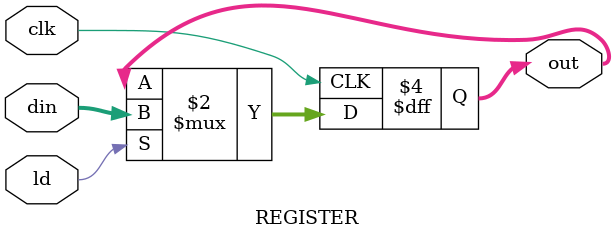
<source format=v>
`timescale 1ns / 1ps

module REGISTER(out,din,clk,ld);
input [7:0]din;
output reg [7:0]out;
input clk,ld;

always @(posedge clk) begin
    if (ld) 
        out <= din;
end
endmodule


</source>
